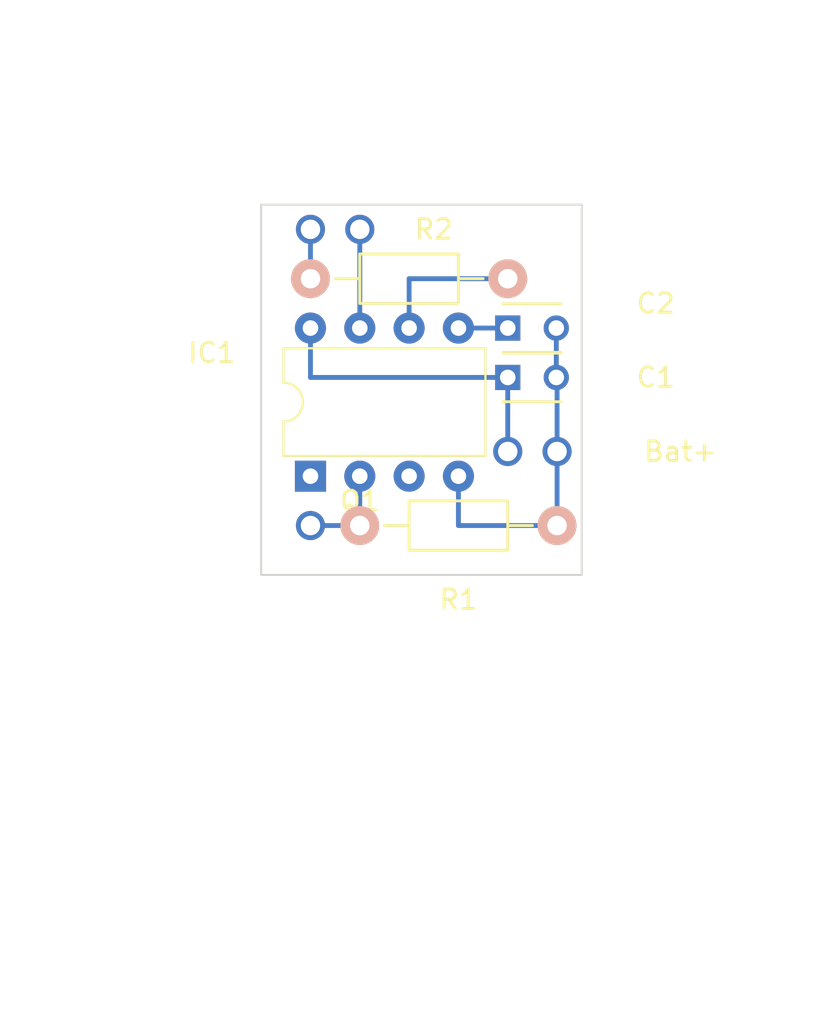
<source format=kicad_pcb>
(kicad_pcb (version 4) (host pcbnew 4.0.2+dfsg1-stable)

  (general
    (links 12)
    (no_connects 1)
    (area 109.540699 28.641699 152.866701 82.255)
    (thickness 1.6)
    (drawings 5)
    (tracks 15)
    (zones 0)
    (modules 9)
    (nets 10)
  )

  (page A4)
  (layers
    (0 F.Cu signal)
    (31 B.Cu signal)
    (32 B.Adhes user)
    (33 F.Adhes user)
    (34 B.Paste user)
    (35 F.Paste user)
    (36 B.SilkS user)
    (37 F.SilkS user)
    (38 B.Mask user)
    (39 F.Mask user)
    (40 Dwgs.User user)
    (41 Cmts.User user hide)
    (42 Eco1.User user)
    (43 Eco2.User user)
    (44 Edge.Cuts user)
    (45 Margin user)
    (46 B.CrtYd user)
    (47 F.CrtYd user)
    (48 B.Fab user)
    (49 F.Fab user)
  )

  (setup
    (last_trace_width 0.25)
    (trace_clearance 0.2)
    (zone_clearance 0.508)
    (zone_45_only no)
    (trace_min 0.2)
    (segment_width 0.2)
    (edge_width 0.1)
    (via_size 0.6)
    (via_drill 0.4)
    (via_min_size 0.4)
    (via_min_drill 0.3)
    (uvia_size 0.3)
    (uvia_drill 0.1)
    (uvias_allowed no)
    (uvia_min_size 0.2)
    (uvia_min_drill 0.1)
    (pcb_text_width 0.3)
    (pcb_text_size 1.5 1.5)
    (mod_edge_width 0.15)
    (mod_text_size 1 1)
    (mod_text_width 0.15)
    (pad_size 1.5 1.5)
    (pad_drill 1)
    (pad_to_mask_clearance 0)
    (aux_axis_origin 0 0)
    (visible_elements 7FFFFFFF)
    (pcbplotparams
      (layerselection 0x00030_80000001)
      (usegerberextensions false)
      (excludeedgelayer true)
      (linewidth 0.100000)
      (plotframeref false)
      (viasonmask false)
      (mode 1)
      (useauxorigin false)
      (hpglpennumber 1)
      (hpglpenspeed 20)
      (hpglpendiameter 15)
      (hpglpenoverlay 2)
      (psnegative false)
      (psa4output false)
      (plotreference true)
      (plotvalue true)
      (plotinvisibletext false)
      (padsonsilk false)
      (subtractmaskfromsilk false)
      (outputformat 1)
      (mirror false)
      (drillshape 1)
      (scaleselection 1)
      (outputdirectory ""))
  )

  (net 0 "")
  (net 1 +BATT)
  (net 2 GND)
  (net 3 /Mira/AREF)
  (net 4 /Mira/BUTTON)
  (net 5 "Net-(D1-Pad2)")
  (net 6 /Mira/FIRE)
  (net 7 /Mira/LED)
  (net 8 "Net-(IC1-Pad1)")
  (net 9 "Net-(IC1-Pad3)")

  (net_class Default "This is the default net class."
    (clearance 0.2)
    (trace_width 0.25)
    (via_dia 0.6)
    (via_drill 0.4)
    (uvia_dia 0.3)
    (uvia_drill 0.1)
    (add_net +BATT)
    (add_net /Mira/AREF)
    (add_net /Mira/BUTTON)
    (add_net /Mira/FIRE)
    (add_net /Mira/LED)
    (add_net GND)
    (add_net "Net-(D1-Pad2)")
    (add_net "Net-(IC1-Pad1)")
    (add_net "Net-(IC1-Pad3)")
  )

  (module Wire_Pads:SolderWirePad_single_0-8mmDrill (layer F.Cu) (tedit 58702803) (tstamp 5865B5BF)
    (at 133.35 73.66)
    (fp_text reference Bat+ (at 11.43 -21.59) (layer F.SilkS)
      (effects (font (size 1 1) (thickness 0.15)))
    )
    (fp_text value "" (at 15.24 7.62) (layer F.Fab)
      (effects (font (size 1 1) (thickness 0.15)))
    )
    (pad 1 thru_hole circle (at 2.54 -21.59) (size 1.5 1.5) (drill 1) (layers *.Cu *.Mask)
      (net 1 +BATT))
  )

  (module Capacitors_THT:C_Disc_D3_P2.5 (layer F.Cu) (tedit 587025D8) (tstamp 586556B6)
    (at 135.89 48.26)
    (descr "Capacitor 3mm Disc, Pitch 2.5mm")
    (tags Capacitor)
    (path /58603D0F/5860485C)
    (fp_text reference C1 (at 7.62 0 180) (layer F.SilkS)
      (effects (font (size 1 1) (thickness 0.15)))
    )
    (fp_text value 10nF (at 8.89 1.27 180) (layer F.Fab)
      (effects (font (size 1 1) (thickness 0.15)))
    )
    (fp_line (start -0.9 -1.5) (end 3.4 -1.5) (layer F.CrtYd) (width 0.05))
    (fp_line (start 3.4 -1.5) (end 3.4 1.5) (layer F.CrtYd) (width 0.05))
    (fp_line (start 3.4 1.5) (end -0.9 1.5) (layer F.CrtYd) (width 0.05))
    (fp_line (start -0.9 1.5) (end -0.9 -1.5) (layer F.CrtYd) (width 0.05))
    (fp_line (start -0.25 -1.25) (end 2.75 -1.25) (layer F.SilkS) (width 0.15))
    (fp_line (start 2.75 1.25) (end -0.25 1.25) (layer F.SilkS) (width 0.15))
    (pad 1 thru_hole rect (at 0 0) (size 1.3 1.3) (drill 0.8) (layers *.Cu *.Mask)
      (net 1 +BATT))
    (pad 2 thru_hole circle (at 2.5 0) (size 1.3 1.3) (drill 0.8001) (layers *.Cu *.Mask)
      (net 2 GND))
    (model Capacitors_ThroughHole.3dshapes/C_Disc_D3_P2.5.wrl
      (at (xyz 0.0492126 0 0))
      (scale (xyz 1 1 1))
      (rotate (xyz 0 0 0))
    )
  )

  (module Capacitors_THT:C_Disc_D3_P2.5 (layer F.Cu) (tedit 587024CF) (tstamp 586556C2)
    (at 135.89 45.72)
    (descr "Capacitor 3mm Disc, Pitch 2.5mm")
    (tags Capacitor)
    (path /58603D0F/58604591)
    (fp_text reference C2 (at 7.62 -1.27) (layer F.SilkS)
      (effects (font (size 1 1) (thickness 0.15)))
    )
    (fp_text value 10nF (at 8.89 0) (layer F.Fab)
      (effects (font (size 1 1) (thickness 0.15)))
    )
    (fp_line (start -0.9 -1.5) (end 3.4 -1.5) (layer F.CrtYd) (width 0.05))
    (fp_line (start 3.4 -1.5) (end 3.4 1.5) (layer F.CrtYd) (width 0.05))
    (fp_line (start 3.4 1.5) (end -0.9 1.5) (layer F.CrtYd) (width 0.05))
    (fp_line (start -0.9 1.5) (end -0.9 -1.5) (layer F.CrtYd) (width 0.05))
    (fp_line (start -0.25 -1.25) (end 2.75 -1.25) (layer F.SilkS) (width 0.15))
    (fp_line (start 2.75 1.25) (end -0.25 1.25) (layer F.SilkS) (width 0.15))
    (pad 1 thru_hole rect (at 0 0) (size 1.3 1.3) (drill 0.8) (layers *.Cu *.Mask)
      (net 3 /Mira/AREF))
    (pad 2 thru_hole circle (at 2.5 0) (size 1.3 1.3) (drill 0.8001) (layers *.Cu *.Mask)
      (net 2 GND))
    (model Capacitors_ThroughHole.3dshapes/C_Disc_D3_P2.5.wrl
      (at (xyz 0.0492126 0 0))
      (scale (xyz 1 1 1))
      (rotate (xyz 0 0 0))
    )
  )

  (module Resistors_THT:Resistor_Horizontal_RM10mm (layer F.Cu) (tedit 58702B0E) (tstamp 5865570D)
    (at 128.27 55.88)
    (descr "Resistor, Axial,  RM 10mm, 1/3W")
    (tags "Resistor Axial RM 10mm 1/3W")
    (path /58603D0F/58605B36)
    (fp_text reference R1 (at 5.08 3.81) (layer F.SilkS)
      (effects (font (size 1 1) (thickness 0.15)))
    )
    (fp_text value 22kΩ (at 5.08 0) (layer F.Fab)
      (effects (font (size 1 1) (thickness 0.15)))
    )
    (fp_line (start -1.25 -1.5) (end 11.4 -1.5) (layer F.CrtYd) (width 0.05))
    (fp_line (start -1.25 1.5) (end -1.25 -1.5) (layer F.CrtYd) (width 0.05))
    (fp_line (start 11.4 -1.5) (end 11.4 1.5) (layer F.CrtYd) (width 0.05))
    (fp_line (start -1.25 1.5) (end 11.4 1.5) (layer F.CrtYd) (width 0.05))
    (fp_line (start 2.54 -1.27) (end 7.62 -1.27) (layer F.SilkS) (width 0.15))
    (fp_line (start 7.62 -1.27) (end 7.62 1.27) (layer F.SilkS) (width 0.15))
    (fp_line (start 7.62 1.27) (end 2.54 1.27) (layer F.SilkS) (width 0.15))
    (fp_line (start 2.54 1.27) (end 2.54 -1.27) (layer F.SilkS) (width 0.15))
    (fp_line (start 2.54 0) (end 1.27 0) (layer F.SilkS) (width 0.15))
    (fp_line (start 7.62 0) (end 8.89 0) (layer F.SilkS) (width 0.15))
    (pad 1 thru_hole circle (at 0 0) (size 1.99898 1.99898) (drill 1.00076) (layers *.Cu *.SilkS *.Mask)
      (net 6 /Mira/FIRE))
    (pad 2 thru_hole circle (at 10.16 0) (size 1.99898 1.99898) (drill 1.00076) (layers *.Cu *.SilkS *.Mask)
      (net 2 GND))
    (model Resistors_ThroughHole.3dshapes/Resistor_Horizontal_RM10mm.wrl
      (at (xyz 0.2 0 0))
      (scale (xyz 0.4 0.4 0.4))
      (rotate (xyz 0 0 0))
    )
  )

  (module Resistors_THT:Resistor_Horizontal_RM10mm (layer F.Cu) (tedit 58702B15) (tstamp 5865571D)
    (at 125.73 43.18)
    (descr "Resistor, Axial,  RM 10mm, 1/3W")
    (tags "Resistor Axial RM 10mm 1/3W")
    (path /58603D0F/583CCC74)
    (fp_text reference R2 (at 6.35 -2.54) (layer F.SilkS)
      (effects (font (size 1 1) (thickness 0.15)))
    )
    (fp_text value 100Ω (at 5.08 0) (layer F.Fab)
      (effects (font (size 1 1) (thickness 0.15)))
    )
    (fp_line (start -1.25 -1.5) (end 11.4 -1.5) (layer F.CrtYd) (width 0.05))
    (fp_line (start -1.25 1.5) (end -1.25 -1.5) (layer F.CrtYd) (width 0.05))
    (fp_line (start 11.4 -1.5) (end 11.4 1.5) (layer F.CrtYd) (width 0.05))
    (fp_line (start -1.25 1.5) (end 11.4 1.5) (layer F.CrtYd) (width 0.05))
    (fp_line (start 2.54 -1.27) (end 7.62 -1.27) (layer F.SilkS) (width 0.15))
    (fp_line (start 7.62 -1.27) (end 7.62 1.27) (layer F.SilkS) (width 0.15))
    (fp_line (start 7.62 1.27) (end 2.54 1.27) (layer F.SilkS) (width 0.15))
    (fp_line (start 2.54 1.27) (end 2.54 -1.27) (layer F.SilkS) (width 0.15))
    (fp_line (start 2.54 0) (end 1.27 0) (layer F.SilkS) (width 0.15))
    (fp_line (start 7.62 0) (end 8.89 0) (layer F.SilkS) (width 0.15))
    (pad 1 thru_hole circle (at 0 0) (size 1.99898 1.99898) (drill 1.00076) (layers *.Cu *.SilkS *.Mask)
      (net 5 "Net-(D1-Pad2)"))
    (pad 2 thru_hole circle (at 10.16 0) (size 1.99898 1.99898) (drill 1.00076) (layers *.Cu *.SilkS *.Mask)
      (net 7 /Mira/LED))
    (model Resistors_ThroughHole.3dshapes/Resistor_Horizontal_RM10mm.wrl
      (at (xyz 0.2 0 0))
      (scale (xyz 0.4 0.4 0.4))
      (rotate (xyz 0 0 0))
    )
  )

  (module Wire_Connections_Bridges:WireConnection_1.50mmDrill (layer F.Cu) (tedit 587023F4) (tstamp 5865AB69)
    (at 138.43 34.29)
    (descr "WireConnection with 1.5mm drill")
    (path /58603D0F/5860804E)
    (fp_text reference "" (at -3.81 3.81) (layer F.SilkS)
      (effects (font (size 1 1) (thickness 0.15)))
    )
    (fp_text value Button (at -8.89 3.81 180) (layer F.Fab)
      (effects (font (size 1 1) (thickness 0.15)))
    )
    (fp_line (start 14.0716 -3.7592) (end 13.8684 -3.6576) (layer Cmts.User) (width 0.381))
    (fp_line (start 13.8684 -3.6576) (end 13.6398 -3.6576) (layer Cmts.User) (width 0.381))
    (fp_line (start 13.6398 -3.6576) (end 13.4366 -3.7592) (layer Cmts.User) (width 0.381))
    (fp_line (start 13.4366 -3.7592) (end 13.3604 -4.1148) (layer Cmts.User) (width 0.381))
    (fp_line (start 13.3604 -4.1148) (end 13.3604 -4.572) (layer Cmts.User) (width 0.381))
    (fp_line (start 13.3604 -4.572) (end 13.462 -4.6482) (layer Cmts.User) (width 0.381))
    (fp_line (start 13.462 -4.6482) (end 13.7668 -4.7244) (layer Cmts.User) (width 0.381))
    (fp_line (start 13.7668 -4.7244) (end 13.9954 -4.6736) (layer Cmts.User) (width 0.381))
    (fp_line (start 13.9954 -4.6736) (end 14.0462 -4.318) (layer Cmts.User) (width 0.381))
    (fp_line (start 14.0462 -4.318) (end 13.4366 -4.191) (layer Cmts.User) (width 0.381))
    (fp_line (start 13.4366 -4.191) (end 13.4366 -4.2418) (layer Cmts.User) (width 0.381))
    (fp_line (start 12.7508 -3.7084) (end 12.4206 -3.7084) (layer Cmts.User) (width 0.381))
    (fp_line (start 12.4206 -3.7084) (end 12.2174 -3.7084) (layer Cmts.User) (width 0.381))
    (fp_line (start 12.2174 -3.7084) (end 12.0396 -3.8608) (layer Cmts.User) (width 0.381))
    (fp_line (start 12.0396 -3.8608) (end 12.0396 -4.2418) (layer Cmts.User) (width 0.381))
    (fp_line (start 12.0396 -4.2418) (end 12.1412 -4.572) (layer Cmts.User) (width 0.381))
    (fp_line (start 12.1412 -4.572) (end 12.2936 -4.6482) (layer Cmts.User) (width 0.381))
    (fp_line (start 12.2936 -4.6482) (end 12.573 -4.6482) (layer Cmts.User) (width 0.381))
    (fp_line (start 12.573 -4.6482) (end 12.7508 -4.572) (layer Cmts.User) (width 0.381))
    (fp_line (start 12.7508 -4.572) (end 12.7762 -4.2672) (layer Cmts.User) (width 0.381))
    (fp_line (start 12.7762 -4.2672) (end 12.1412 -4.2418) (layer Cmts.User) (width 0.381))
    (fp_line (start 11.2268 -4.5212) (end 11.6078 -4.6736) (layer Cmts.User) (width 0.381))
    (fp_line (start 11.6078 -4.6736) (end 11.6332 -4.6736) (layer Cmts.User) (width 0.381))
    (fp_line (start 11.2014 -4.7244) (end 11.2014 -3.6576) (layer Cmts.User) (width 0.381))
    (fp_line (start 9.9822 -4.6736) (end 10.668 -4.7244) (layer Cmts.User) (width 0.381))
    (fp_line (start 10.7188 -5.207) (end 10.541 -5.207) (layer Cmts.User) (width 0.381))
    (fp_line (start 10.541 -5.207) (end 10.3886 -5.08) (layer Cmts.User) (width 0.381))
    (fp_line (start 10.3886 -5.08) (end 10.3378 -3.7084) (layer Cmts.User) (width 0.381))
    (fp_line (start 8.4328 -4.5974) (end 8.3058 -4.6736) (layer Cmts.User) (width 0.381))
    (fp_line (start 8.3058 -4.6736) (end 8.0264 -4.6736) (layer Cmts.User) (width 0.381))
    (fp_line (start 8.0264 -4.6736) (end 7.874 -4.445) (layer Cmts.User) (width 0.381))
    (fp_line (start 7.874 -4.445) (end 7.8994 -4.2672) (layer Cmts.User) (width 0.381))
    (fp_line (start 7.8994 -4.2672) (end 8.1788 -4.191) (layer Cmts.User) (width 0.381))
    (fp_line (start 8.1788 -4.191) (end 8.4328 -4.1148) (layer Cmts.User) (width 0.381))
    (fp_line (start 8.4328 -4.1148) (end 8.4836 -3.8354) (layer Cmts.User) (width 0.381))
    (fp_line (start 8.4836 -3.8354) (end 8.2804 -3.6576) (layer Cmts.User) (width 0.381))
    (fp_line (start 8.2804 -3.6576) (end 7.8994 -3.7084) (layer Cmts.User) (width 0.381))
    (fp_line (start 7.1628 -3.6576) (end 6.8072 -3.7592) (layer Cmts.User) (width 0.381))
    (fp_line (start 6.8072 -3.7592) (end 6.604 -3.8354) (layer Cmts.User) (width 0.381))
    (fp_line (start 6.604 -3.8354) (end 6.477 -4.1656) (layer Cmts.User) (width 0.381))
    (fp_line (start 6.477 -4.1656) (end 6.477 -4.4704) (layer Cmts.User) (width 0.381))
    (fp_line (start 6.477 -4.4704) (end 6.6802 -4.6736) (layer Cmts.User) (width 0.381))
    (fp_line (start 6.6802 -4.6736) (end 7.0104 -4.7244) (layer Cmts.User) (width 0.381))
    (fp_line (start 7.2136 -5.207) (end 7.2136 -3.6576) (layer Cmts.User) (width 0.381))
    (fp_line (start 5.715 -3.6576) (end 5.2578 -3.7084) (layer Cmts.User) (width 0.381))
    (fp_line (start 5.2578 -3.7084) (end 5.1054 -3.9116) (layer Cmts.User) (width 0.381))
    (fp_line (start 5.1054 -3.9116) (end 5.1308 -4.191) (layer Cmts.User) (width 0.381))
    (fp_line (start 5.1308 -4.191) (end 5.842 -4.2418) (layer Cmts.User) (width 0.381))
    (fp_line (start 5.1054 -4.572) (end 5.3848 -4.7244) (layer Cmts.User) (width 0.381))
    (fp_line (start 5.3848 -4.7244) (end 5.6388 -4.6482) (layer Cmts.User) (width 0.381))
    (fp_line (start 5.6388 -4.6482) (end 5.7912 -4.4704) (layer Cmts.User) (width 0.381))
    (fp_line (start 5.7912 -4.4704) (end 5.842 -3.6322) (layer Cmts.User) (width 0.381))
    (fp_line (start 3.6068 -3.6576) (end 3.6322 -5.2578) (layer Cmts.User) (width 0.381))
    (fp_line (start 3.6322 -5.2578) (end 4.0894 -5.2578) (layer Cmts.User) (width 0.381))
    (fp_line (start 4.0894 -5.2578) (end 4.3688 -5.1308) (layer Cmts.User) (width 0.381))
    (fp_line (start 4.3688 -5.1308) (end 4.4958 -4.8768) (layer Cmts.User) (width 0.381))
    (fp_line (start 4.4958 -4.8768) (end 4.4958 -4.5974) (layer Cmts.User) (width 0.381))
    (fp_line (start 4.4958 -4.5974) (end 4.3688 -4.3942) (layer Cmts.User) (width 0.381))
    (fp_line (start 4.3688 -4.3942) (end 4.0894 -4.445) (layer Cmts.User) (width 0.381))
    (fp_line (start 4.0894 -4.445) (end 3.6322 -4.445) (layer Cmts.User) (width 0.381))
    (fp_line (start 1.778 -3.7592) (end 1.524 -3.6576) (layer Cmts.User) (width 0.381))
    (fp_line (start 1.524 -3.6576) (end 1.27 -3.7592) (layer Cmts.User) (width 0.381))
    (fp_line (start 1.27 -3.7592) (end 1.1176 -3.9116) (layer Cmts.User) (width 0.381))
    (fp_line (start 1.1176 -3.9116) (end 1.0414 -4.318) (layer Cmts.User) (width 0.381))
    (fp_line (start 1.0414 -4.318) (end 1.1684 -4.572) (layer Cmts.User) (width 0.381))
    (fp_line (start 1.1684 -4.572) (end 1.3716 -4.6736) (layer Cmts.User) (width 0.381))
    (fp_line (start 1.3716 -4.6736) (end 1.651 -4.6482) (layer Cmts.User) (width 0.381))
    (fp_line (start 1.651 -4.6482) (end 1.8034 -4.5212) (layer Cmts.User) (width 0.381))
    (fp_line (start 1.8034 -4.5212) (end 1.8034 -4.318) (layer Cmts.User) (width 0.381))
    (fp_line (start 1.8034 -4.318) (end 1.1684 -4.2418) (layer Cmts.User) (width 0.381))
    (fp_line (start -0.1524 -4.7244) (end 0.3048 -3.6576) (layer Cmts.User) (width 0.381))
    (fp_line (start 0.3048 -3.6576) (end 0.5842 -4.6736) (layer Cmts.User) (width 0.381))
    (fp_line (start 0.5842 -4.6736) (end 0.5588 -4.6736) (layer Cmts.User) (width 0.381))
    (fp_line (start -1.4732 -4.3942) (end -1.4732 -3.9116) (layer Cmts.User) (width 0.381))
    (fp_line (start -1.4732 -3.9116) (end -1.27 -3.7084) (layer Cmts.User) (width 0.381))
    (fp_line (start -1.27 -3.7084) (end -1.0414 -3.6576) (layer Cmts.User) (width 0.381))
    (fp_line (start -1.0414 -3.6576) (end -0.762 -3.7846) (layer Cmts.User) (width 0.381))
    (fp_line (start -0.762 -3.7846) (end -0.6604 -3.9878) (layer Cmts.User) (width 0.381))
    (fp_line (start -0.6604 -3.9878) (end -0.6604 -4.445) (layer Cmts.User) (width 0.381))
    (fp_line (start -0.6604 -4.445) (end -0.8382 -4.6482) (layer Cmts.User) (width 0.381))
    (fp_line (start -0.8382 -4.6482) (end -1.1176 -4.7244) (layer Cmts.User) (width 0.381))
    (fp_line (start -1.1176 -4.7244) (end -1.4478 -4.4704) (layer Cmts.User) (width 0.381))
    (fp_line (start -3.0988 -3.6322) (end -3.0988 -5.2578) (layer Cmts.User) (width 0.381))
    (fp_line (start -3.0988 -5.2578) (end -2.6162 -4.1148) (layer Cmts.User) (width 0.381))
    (fp_line (start -2.6162 -4.1148) (end -2.1336 -5.1816) (layer Cmts.User) (width 0.381))
    (fp_line (start -2.1336 -5.1816) (end -2.1336 -3.6322) (layer Cmts.User) (width 0.381))
    (pad 1 thru_hole circle (at 0 17.78) (size 1.5 1.5) (drill 1) (layers *.Cu *.Mask)
      (net 2 GND))
    (pad 2 thru_hole circle (at -10.16 6.35) (size 1.5 1.5) (drill 1) (layers *.Cu *.Mask)
      (net 4 /Mira/BUTTON))
  )

  (module Wire_Connections_Bridges:WireConnection_1.50mmDrill (layer F.Cu) (tedit 58702AC8) (tstamp 5865AB6E)
    (at 124.46 57.15)
    (descr "WireConnection with 1.5mm drill")
    (path /58603D0F/583CCC75)
    (fp_text reference "" (at 1.27 -20.32) (layer F.SilkS)
      (effects (font (size 1 1) (thickness 0.15)))
    )
    (fp_text value "low current LED" (at -5.08 -19.05) (layer F.Fab)
      (effects (font (size 1 1) (thickness 0.15)))
    )
    (fp_line (start 14.0716 -3.7592) (end 13.8684 -3.6576) (layer Cmts.User) (width 0.381))
    (fp_line (start 13.8684 -3.6576) (end 13.6398 -3.6576) (layer Cmts.User) (width 0.381))
    (fp_line (start 13.6398 -3.6576) (end 13.4366 -3.7592) (layer Cmts.User) (width 0.381))
    (fp_line (start 13.4366 -3.7592) (end 13.3604 -4.1148) (layer Cmts.User) (width 0.381))
    (fp_line (start 13.3604 -4.1148) (end 13.3604 -4.572) (layer Cmts.User) (width 0.381))
    (fp_line (start 13.3604 -4.572) (end 13.462 -4.6482) (layer Cmts.User) (width 0.381))
    (fp_line (start 13.462 -4.6482) (end 13.7668 -4.7244) (layer Cmts.User) (width 0.381))
    (fp_line (start 13.7668 -4.7244) (end 13.9954 -4.6736) (layer Cmts.User) (width 0.381))
    (fp_line (start 13.9954 -4.6736) (end 14.0462 -4.318) (layer Cmts.User) (width 0.381))
    (fp_line (start 14.0462 -4.318) (end 13.4366 -4.191) (layer Cmts.User) (width 0.381))
    (fp_line (start 13.4366 -4.191) (end 13.4366 -4.2418) (layer Cmts.User) (width 0.381))
    (fp_line (start 12.7508 -3.7084) (end 12.4206 -3.7084) (layer Cmts.User) (width 0.381))
    (fp_line (start 12.4206 -3.7084) (end 12.2174 -3.7084) (layer Cmts.User) (width 0.381))
    (fp_line (start 12.2174 -3.7084) (end 12.0396 -3.8608) (layer Cmts.User) (width 0.381))
    (fp_line (start 12.0396 -3.8608) (end 12.0396 -4.2418) (layer Cmts.User) (width 0.381))
    (fp_line (start 12.0396 -4.2418) (end 12.1412 -4.572) (layer Cmts.User) (width 0.381))
    (fp_line (start 12.1412 -4.572) (end 12.2936 -4.6482) (layer Cmts.User) (width 0.381))
    (fp_line (start 12.2936 -4.6482) (end 12.573 -4.6482) (layer Cmts.User) (width 0.381))
    (fp_line (start 12.573 -4.6482) (end 12.7508 -4.572) (layer Cmts.User) (width 0.381))
    (fp_line (start 12.7508 -4.572) (end 12.7762 -4.2672) (layer Cmts.User) (width 0.381))
    (fp_line (start 12.7762 -4.2672) (end 12.1412 -4.2418) (layer Cmts.User) (width 0.381))
    (fp_line (start 11.2268 -4.5212) (end 11.6078 -4.6736) (layer Cmts.User) (width 0.381))
    (fp_line (start 11.6078 -4.6736) (end 11.6332 -4.6736) (layer Cmts.User) (width 0.381))
    (fp_line (start 11.2014 -4.7244) (end 11.2014 -3.6576) (layer Cmts.User) (width 0.381))
    (fp_line (start 9.9822 -4.6736) (end 10.668 -4.7244) (layer Cmts.User) (width 0.381))
    (fp_line (start 10.7188 -5.207) (end 10.541 -5.207) (layer Cmts.User) (width 0.381))
    (fp_line (start 10.541 -5.207) (end 10.3886 -5.08) (layer Cmts.User) (width 0.381))
    (fp_line (start 10.3886 -5.08) (end 10.3378 -3.7084) (layer Cmts.User) (width 0.381))
    (fp_line (start 8.4328 -4.5974) (end 8.3058 -4.6736) (layer Cmts.User) (width 0.381))
    (fp_line (start 8.3058 -4.6736) (end 8.0264 -4.6736) (layer Cmts.User) (width 0.381))
    (fp_line (start 8.0264 -4.6736) (end 7.874 -4.445) (layer Cmts.User) (width 0.381))
    (fp_line (start 7.874 -4.445) (end 7.8994 -4.2672) (layer Cmts.User) (width 0.381))
    (fp_line (start 7.8994 -4.2672) (end 8.1788 -4.191) (layer Cmts.User) (width 0.381))
    (fp_line (start 8.1788 -4.191) (end 8.4328 -4.1148) (layer Cmts.User) (width 0.381))
    (fp_line (start 8.4328 -4.1148) (end 8.4836 -3.8354) (layer Cmts.User) (width 0.381))
    (fp_line (start 8.4836 -3.8354) (end 8.2804 -3.6576) (layer Cmts.User) (width 0.381))
    (fp_line (start 8.2804 -3.6576) (end 7.8994 -3.7084) (layer Cmts.User) (width 0.381))
    (fp_line (start 7.1628 -3.6576) (end 6.8072 -3.7592) (layer Cmts.User) (width 0.381))
    (fp_line (start 6.8072 -3.7592) (end 6.604 -3.8354) (layer Cmts.User) (width 0.381))
    (fp_line (start 6.604 -3.8354) (end 6.477 -4.1656) (layer Cmts.User) (width 0.381))
    (fp_line (start 6.477 -4.1656) (end 6.477 -4.4704) (layer Cmts.User) (width 0.381))
    (fp_line (start 6.477 -4.4704) (end 6.6802 -4.6736) (layer Cmts.User) (width 0.381))
    (fp_line (start 6.6802 -4.6736) (end 7.0104 -4.7244) (layer Cmts.User) (width 0.381))
    (fp_line (start 7.2136 -5.207) (end 7.2136 -3.6576) (layer Cmts.User) (width 0.381))
    (fp_line (start 5.715 -3.6576) (end 5.2578 -3.7084) (layer Cmts.User) (width 0.381))
    (fp_line (start 5.2578 -3.7084) (end 5.1054 -3.9116) (layer Cmts.User) (width 0.381))
    (fp_line (start 5.1054 -3.9116) (end 5.1308 -4.191) (layer Cmts.User) (width 0.381))
    (fp_line (start 5.1308 -4.191) (end 5.842 -4.2418) (layer Cmts.User) (width 0.381))
    (fp_line (start 5.1054 -4.572) (end 5.3848 -4.7244) (layer Cmts.User) (width 0.381))
    (fp_line (start 5.3848 -4.7244) (end 5.6388 -4.6482) (layer Cmts.User) (width 0.381))
    (fp_line (start 5.6388 -4.6482) (end 5.7912 -4.4704) (layer Cmts.User) (width 0.381))
    (fp_line (start 5.7912 -4.4704) (end 5.842 -3.6322) (layer Cmts.User) (width 0.381))
    (fp_line (start 3.6068 -3.6576) (end 3.6322 -5.2578) (layer Cmts.User) (width 0.381))
    (fp_line (start 3.6322 -5.2578) (end 4.0894 -5.2578) (layer Cmts.User) (width 0.381))
    (fp_line (start 4.0894 -5.2578) (end 4.3688 -5.1308) (layer Cmts.User) (width 0.381))
    (fp_line (start 4.3688 -5.1308) (end 4.4958 -4.8768) (layer Cmts.User) (width 0.381))
    (fp_line (start 4.4958 -4.8768) (end 4.4958 -4.5974) (layer Cmts.User) (width 0.381))
    (fp_line (start 4.4958 -4.5974) (end 4.3688 -4.3942) (layer Cmts.User) (width 0.381))
    (fp_line (start 4.3688 -4.3942) (end 4.0894 -4.445) (layer Cmts.User) (width 0.381))
    (fp_line (start 4.0894 -4.445) (end 3.6322 -4.445) (layer Cmts.User) (width 0.381))
    (fp_line (start 1.778 -3.7592) (end 1.524 -3.6576) (layer Cmts.User) (width 0.381))
    (fp_line (start 1.524 -3.6576) (end 1.27 -3.7592) (layer Cmts.User) (width 0.381))
    (fp_line (start 1.27 -3.7592) (end 1.1176 -3.9116) (layer Cmts.User) (width 0.381))
    (fp_line (start 1.1176 -3.9116) (end 1.0414 -4.318) (layer Cmts.User) (width 0.381))
    (fp_line (start 1.0414 -4.318) (end 1.1684 -4.572) (layer Cmts.User) (width 0.381))
    (fp_line (start 1.1684 -4.572) (end 1.3716 -4.6736) (layer Cmts.User) (width 0.381))
    (fp_line (start 1.3716 -4.6736) (end 1.651 -4.6482) (layer Cmts.User) (width 0.381))
    (fp_line (start 1.651 -4.6482) (end 1.8034 -4.5212) (layer Cmts.User) (width 0.381))
    (fp_line (start 1.8034 -4.5212) (end 1.8034 -4.318) (layer Cmts.User) (width 0.381))
    (fp_line (start 1.8034 -4.318) (end 1.1684 -4.2418) (layer Cmts.User) (width 0.381))
    (fp_line (start -0.1524 -4.7244) (end 0.3048 -3.6576) (layer Cmts.User) (width 0.381))
    (fp_line (start 0.3048 -3.6576) (end 0.5842 -4.6736) (layer Cmts.User) (width 0.381))
    (fp_line (start 0.5842 -4.6736) (end 0.5588 -4.6736) (layer Cmts.User) (width 0.381))
    (fp_line (start -1.4732 -4.3942) (end -1.4732 -3.9116) (layer Cmts.User) (width 0.381))
    (fp_line (start -1.4732 -3.9116) (end -1.27 -3.7084) (layer Cmts.User) (width 0.381))
    (fp_line (start -1.27 -3.7084) (end -1.0414 -3.6576) (layer Cmts.User) (width 0.381))
    (fp_line (start -1.0414 -3.6576) (end -0.762 -3.7846) (layer Cmts.User) (width 0.381))
    (fp_line (start -0.762 -3.7846) (end -0.6604 -3.9878) (layer Cmts.User) (width 0.381))
    (fp_line (start -0.6604 -3.9878) (end -0.6604 -4.445) (layer Cmts.User) (width 0.381))
    (fp_line (start -0.6604 -4.445) (end -0.8382 -4.6482) (layer Cmts.User) (width 0.381))
    (fp_line (start -0.8382 -4.6482) (end -1.1176 -4.7244) (layer Cmts.User) (width 0.381))
    (fp_line (start -1.1176 -4.7244) (end -1.4478 -4.4704) (layer Cmts.User) (width 0.381))
    (fp_line (start -3.0988 -3.6322) (end -3.0988 -5.2578) (layer Cmts.User) (width 0.381))
    (fp_line (start -3.0988 -5.2578) (end -2.6162 -4.1148) (layer Cmts.User) (width 0.381))
    (fp_line (start -2.6162 -4.1148) (end -2.1336 -5.1816) (layer Cmts.User) (width 0.381))
    (fp_line (start -2.1336 -5.1816) (end -2.1336 -3.6322) (layer Cmts.User) (width 0.381))
    (pad 2 thru_hole circle (at 1.27 -16.51) (size 1.5 1.5) (drill 1) (layers *.Cu *.Mask)
      (net 5 "Net-(D1-Pad2)"))
  )

  (module Housings_DIP:DIP-8_W7.62mm (layer F.Cu) (tedit 58702567) (tstamp 5865AB7E)
    (at 125.73 53.34 90)
    (descr "8-lead dip package, row spacing 7.62 mm (300 mils)")
    (tags "DIL DIP PDIP 2.54mm 7.62mm 300mil")
    (path /58644323)
    (fp_text reference IC1 (at 6.35 -5.08 180) (layer F.SilkS)
      (effects (font (size 1 1) (thickness 0.15)))
    )
    (fp_text value ATTINY45-P (at 3.81 -7.62 180) (layer F.Fab)
      (effects (font (size 1 1) (thickness 0.15)))
    )
    (fp_arc (start 3.81 -1.39) (end 2.81 -1.39) (angle -180) (layer F.SilkS) (width 0.12))
    (fp_line (start 1.635 -1.27) (end 6.985 -1.27) (layer F.Fab) (width 0.1))
    (fp_line (start 6.985 -1.27) (end 6.985 8.89) (layer F.Fab) (width 0.1))
    (fp_line (start 6.985 8.89) (end 0.635 8.89) (layer F.Fab) (width 0.1))
    (fp_line (start 0.635 8.89) (end 0.635 -0.27) (layer F.Fab) (width 0.1))
    (fp_line (start 0.635 -0.27) (end 1.635 -1.27) (layer F.Fab) (width 0.1))
    (fp_line (start 2.81 -1.39) (end 1.04 -1.39) (layer F.SilkS) (width 0.12))
    (fp_line (start 1.04 -1.39) (end 1.04 9.01) (layer F.SilkS) (width 0.12))
    (fp_line (start 1.04 9.01) (end 6.58 9.01) (layer F.SilkS) (width 0.12))
    (fp_line (start 6.58 9.01) (end 6.58 -1.39) (layer F.SilkS) (width 0.12))
    (fp_line (start 6.58 -1.39) (end 4.81 -1.39) (layer F.SilkS) (width 0.12))
    (fp_line (start -1.1 -1.6) (end -1.1 9.2) (layer F.CrtYd) (width 0.05))
    (fp_line (start -1.1 9.2) (end 8.7 9.2) (layer F.CrtYd) (width 0.05))
    (fp_line (start 8.7 9.2) (end 8.7 -1.6) (layer F.CrtYd) (width 0.05))
    (fp_line (start 8.7 -1.6) (end -1.1 -1.6) (layer F.CrtYd) (width 0.05))
    (pad 1 thru_hole rect (at 0 0 90) (size 1.6 1.6) (drill 0.8) (layers *.Cu *.Mask)
      (net 8 "Net-(IC1-Pad1)"))
    (pad 5 thru_hole oval (at 7.62 7.62 90) (size 1.6 1.6) (drill 0.8) (layers *.Cu *.Mask)
      (net 3 /Mira/AREF))
    (pad 2 thru_hole oval (at 0 2.54 90) (size 1.6 1.6) (drill 0.8) (layers *.Cu *.Mask)
      (net 6 /Mira/FIRE))
    (pad 6 thru_hole oval (at 7.62 5.08 90) (size 1.6 1.6) (drill 0.8) (layers *.Cu *.Mask)
      (net 7 /Mira/LED))
    (pad 3 thru_hole oval (at 0 5.08 90) (size 1.6 1.6) (drill 0.8) (layers *.Cu *.Mask)
      (net 9 "Net-(IC1-Pad3)"))
    (pad 7 thru_hole oval (at 7.62 2.54 90) (size 1.6 1.6) (drill 0.8) (layers *.Cu *.Mask)
      (net 4 /Mira/BUTTON))
    (pad 4 thru_hole oval (at 0 7.62 90) (size 1.6 1.6) (drill 0.8) (layers *.Cu *.Mask)
      (net 2 GND))
    (pad 8 thru_hole oval (at 7.62 0 90) (size 1.6 1.6) (drill 0.8) (layers *.Cu *.Mask)
      (net 1 +BATT))
    (model Housings_DIP.3dshapes/DIP-8_W7.62mm.wrl
      (at (xyz 0 0 0))
      (scale (xyz 1 1 1))
      (rotate (xyz 0 0 0))
    )
  )

  (module Wire_Connections_Bridges:WireConnection_1.50mmDrill (layer F.Cu) (tedit 58702549) (tstamp 5865AB7F)
    (at 113.03 60.96)
    (descr "WireConnection with 1.5mm drill")
    (path /58603D0F/58604A0A)
    (fp_text reference Q1 (at 15.24 -6.35) (layer F.SilkS)
      (effects (font (size 1 1) (thickness 0.15)))
    )
    (fp_text value RLB3034 (at 10.16 -1.27) (layer F.Fab)
      (effects (font (size 1 1) (thickness 0.15)))
    )
    (fp_line (start 14.0716 -3.7592) (end 13.8684 -3.6576) (layer Cmts.User) (width 0.381))
    (fp_line (start 13.8684 -3.6576) (end 13.6398 -3.6576) (layer Cmts.User) (width 0.381))
    (fp_line (start 13.6398 -3.6576) (end 13.4366 -3.7592) (layer Cmts.User) (width 0.381))
    (fp_line (start 13.4366 -3.7592) (end 13.3604 -4.1148) (layer Cmts.User) (width 0.381))
    (fp_line (start 13.3604 -4.1148) (end 13.3604 -4.572) (layer Cmts.User) (width 0.381))
    (fp_line (start 13.3604 -4.572) (end 13.462 -4.6482) (layer Cmts.User) (width 0.381))
    (fp_line (start 13.462 -4.6482) (end 13.7668 -4.7244) (layer Cmts.User) (width 0.381))
    (fp_line (start 13.7668 -4.7244) (end 13.9954 -4.6736) (layer Cmts.User) (width 0.381))
    (fp_line (start 13.9954 -4.6736) (end 14.0462 -4.318) (layer Cmts.User) (width 0.381))
    (fp_line (start 14.0462 -4.318) (end 13.4366 -4.191) (layer Cmts.User) (width 0.381))
    (fp_line (start 13.4366 -4.191) (end 13.4366 -4.2418) (layer Cmts.User) (width 0.381))
    (fp_line (start 12.7508 -3.7084) (end 12.4206 -3.7084) (layer Cmts.User) (width 0.381))
    (fp_line (start 12.4206 -3.7084) (end 12.2174 -3.7084) (layer Cmts.User) (width 0.381))
    (fp_line (start 12.2174 -3.7084) (end 12.0396 -3.8608) (layer Cmts.User) (width 0.381))
    (fp_line (start 12.0396 -3.8608) (end 12.0396 -4.2418) (layer Cmts.User) (width 0.381))
    (fp_line (start 12.0396 -4.2418) (end 12.1412 -4.572) (layer Cmts.User) (width 0.381))
    (fp_line (start 12.1412 -4.572) (end 12.2936 -4.6482) (layer Cmts.User) (width 0.381))
    (fp_line (start 12.2936 -4.6482) (end 12.573 -4.6482) (layer Cmts.User) (width 0.381))
    (fp_line (start 12.573 -4.6482) (end 12.7508 -4.572) (layer Cmts.User) (width 0.381))
    (fp_line (start 12.7508 -4.572) (end 12.7762 -4.2672) (layer Cmts.User) (width 0.381))
    (fp_line (start 12.7762 -4.2672) (end 12.1412 -4.2418) (layer Cmts.User) (width 0.381))
    (fp_line (start 11.2268 -4.5212) (end 11.6078 -4.6736) (layer Cmts.User) (width 0.381))
    (fp_line (start 11.6078 -4.6736) (end 11.6332 -4.6736) (layer Cmts.User) (width 0.381))
    (fp_line (start 11.2014 -4.7244) (end 11.2014 -3.6576) (layer Cmts.User) (width 0.381))
    (fp_line (start 9.9822 -4.6736) (end 10.668 -4.7244) (layer Cmts.User) (width 0.381))
    (fp_line (start 10.7188 -5.207) (end 10.541 -5.207) (layer Cmts.User) (width 0.381))
    (fp_line (start 10.541 -5.207) (end 10.3886 -5.08) (layer Cmts.User) (width 0.381))
    (fp_line (start 10.3886 -5.08) (end 10.3378 -3.7084) (layer Cmts.User) (width 0.381))
    (fp_line (start 8.4328 -4.5974) (end 8.3058 -4.6736) (layer Cmts.User) (width 0.381))
    (fp_line (start 8.3058 -4.6736) (end 8.0264 -4.6736) (layer Cmts.User) (width 0.381))
    (fp_line (start 8.0264 -4.6736) (end 7.874 -4.445) (layer Cmts.User) (width 0.381))
    (fp_line (start 7.874 -4.445) (end 7.8994 -4.2672) (layer Cmts.User) (width 0.381))
    (fp_line (start 7.8994 -4.2672) (end 8.1788 -4.191) (layer Cmts.User) (width 0.381))
    (fp_line (start 8.1788 -4.191) (end 8.4328 -4.1148) (layer Cmts.User) (width 0.381))
    (fp_line (start 8.4328 -4.1148) (end 8.4836 -3.8354) (layer Cmts.User) (width 0.381))
    (fp_line (start 8.4836 -3.8354) (end 8.2804 -3.6576) (layer Cmts.User) (width 0.381))
    (fp_line (start 8.2804 -3.6576) (end 7.8994 -3.7084) (layer Cmts.User) (width 0.381))
    (fp_line (start 7.1628 -3.6576) (end 6.8072 -3.7592) (layer Cmts.User) (width 0.381))
    (fp_line (start 6.8072 -3.7592) (end 6.604 -3.8354) (layer Cmts.User) (width 0.381))
    (fp_line (start 6.604 -3.8354) (end 6.477 -4.1656) (layer Cmts.User) (width 0.381))
    (fp_line (start 6.477 -4.1656) (end 6.477 -4.4704) (layer Cmts.User) (width 0.381))
    (fp_line (start 6.477 -4.4704) (end 6.6802 -4.6736) (layer Cmts.User) (width 0.381))
    (fp_line (start 6.6802 -4.6736) (end 7.0104 -4.7244) (layer Cmts.User) (width 0.381))
    (fp_line (start 7.2136 -5.207) (end 7.2136 -3.6576) (layer Cmts.User) (width 0.381))
    (fp_line (start 5.715 -3.6576) (end 5.2578 -3.7084) (layer Cmts.User) (width 0.381))
    (fp_line (start 5.2578 -3.7084) (end 5.1054 -3.9116) (layer Cmts.User) (width 0.381))
    (fp_line (start 5.1054 -3.9116) (end 5.1308 -4.191) (layer Cmts.User) (width 0.381))
    (fp_line (start 5.1308 -4.191) (end 5.842 -4.2418) (layer Cmts.User) (width 0.381))
    (fp_line (start 5.1054 -4.572) (end 5.3848 -4.7244) (layer Cmts.User) (width 0.381))
    (fp_line (start 5.3848 -4.7244) (end 5.6388 -4.6482) (layer Cmts.User) (width 0.381))
    (fp_line (start 5.6388 -4.6482) (end 5.7912 -4.4704) (layer Cmts.User) (width 0.381))
    (fp_line (start 5.7912 -4.4704) (end 5.842 -3.6322) (layer Cmts.User) (width 0.381))
    (fp_line (start 3.6068 -3.6576) (end 3.6322 -5.2578) (layer Cmts.User) (width 0.381))
    (fp_line (start 3.6322 -5.2578) (end 4.0894 -5.2578) (layer Cmts.User) (width 0.381))
    (fp_line (start 4.0894 -5.2578) (end 4.3688 -5.1308) (layer Cmts.User) (width 0.381))
    (fp_line (start 4.3688 -5.1308) (end 4.4958 -4.8768) (layer Cmts.User) (width 0.381))
    (fp_line (start 4.4958 -4.8768) (end 4.4958 -4.5974) (layer Cmts.User) (width 0.381))
    (fp_line (start 4.4958 -4.5974) (end 4.3688 -4.3942) (layer Cmts.User) (width 0.381))
    (fp_line (start 4.3688 -4.3942) (end 4.0894 -4.445) (layer Cmts.User) (width 0.381))
    (fp_line (start 4.0894 -4.445) (end 3.6322 -4.445) (layer Cmts.User) (width 0.381))
    (fp_line (start 1.778 -3.7592) (end 1.524 -3.6576) (layer Cmts.User) (width 0.381))
    (fp_line (start 1.524 -3.6576) (end 1.27 -3.7592) (layer Cmts.User) (width 0.381))
    (fp_line (start 1.27 -3.7592) (end 1.1176 -3.9116) (layer Cmts.User) (width 0.381))
    (fp_line (start 1.1176 -3.9116) (end 1.0414 -4.318) (layer Cmts.User) (width 0.381))
    (fp_line (start 1.0414 -4.318) (end 1.1684 -4.572) (layer Cmts.User) (width 0.381))
    (fp_line (start 1.1684 -4.572) (end 1.3716 -4.6736) (layer Cmts.User) (width 0.381))
    (fp_line (start 1.3716 -4.6736) (end 1.651 -4.6482) (layer Cmts.User) (width 0.381))
    (fp_line (start 1.651 -4.6482) (end 1.8034 -4.5212) (layer Cmts.User) (width 0.381))
    (fp_line (start 1.8034 -4.5212) (end 1.8034 -4.318) (layer Cmts.User) (width 0.381))
    (fp_line (start 1.8034 -4.318) (end 1.1684 -4.2418) (layer Cmts.User) (width 0.381))
    (fp_line (start -0.1524 -4.7244) (end 0.3048 -3.6576) (layer Cmts.User) (width 0.381))
    (fp_line (start 0.3048 -3.6576) (end 0.5842 -4.6736) (layer Cmts.User) (width 0.381))
    (fp_line (start 0.5842 -4.6736) (end 0.5588 -4.6736) (layer Cmts.User) (width 0.381))
    (fp_line (start -1.4732 -4.3942) (end -1.4732 -3.9116) (layer Cmts.User) (width 0.381))
    (fp_line (start -1.4732 -3.9116) (end -1.27 -3.7084) (layer Cmts.User) (width 0.381))
    (fp_line (start -1.27 -3.7084) (end -1.0414 -3.6576) (layer Cmts.User) (width 0.381))
    (fp_line (start -1.0414 -3.6576) (end -0.762 -3.7846) (layer Cmts.User) (width 0.381))
    (fp_line (start -0.762 -3.7846) (end -0.6604 -3.9878) (layer Cmts.User) (width 0.381))
    (fp_line (start -0.6604 -3.9878) (end -0.6604 -4.445) (layer Cmts.User) (width 0.381))
    (fp_line (start -0.6604 -4.445) (end -0.8382 -4.6482) (layer Cmts.User) (width 0.381))
    (fp_line (start -0.8382 -4.6482) (end -1.1176 -4.7244) (layer Cmts.User) (width 0.381))
    (fp_line (start -1.1176 -4.7244) (end -1.4478 -4.4704) (layer Cmts.User) (width 0.381))
    (fp_line (start -3.0988 -3.6322) (end -3.0988 -5.2578) (layer Cmts.User) (width 0.381))
    (fp_line (start -3.0988 -5.2578) (end -2.6162 -4.1148) (layer Cmts.User) (width 0.381))
    (fp_line (start -2.6162 -4.1148) (end -2.1336 -5.1816) (layer Cmts.User) (width 0.381))
    (fp_line (start -2.1336 -5.1816) (end -2.1336 -3.6322) (layer Cmts.User) (width 0.381))
    (pad 2 thru_hole circle (at 12.7 -5.08) (size 1.5 1.5) (drill 1) (layers *.Cu *.Mask)
      (net 6 /Mira/FIRE))
  )

  (gr_line (start 123.19 39.37) (end 123.19 58.42) (angle 90) (layer Edge.Cuts) (width 0.1))
  (gr_line (start 139.7 39.37) (end 123.19 39.37) (angle 90) (layer Edge.Cuts) (width 0.1))
  (gr_line (start 139.7 58.42) (end 139.7 39.37) (angle 90) (layer Edge.Cuts) (width 0.1))
  (gr_line (start 123.19 58.42) (end 139.7 58.42) (angle 90) (layer Edge.Cuts) (width 0.1))
  (dimension 17.78 (width 0.3) (layer Dwgs.User)
    (gr_text "17,780 mm" (at 132.08 67.31) (layer Dwgs.User)
      (effects (font (size 1.5 1.5) (thickness 0.3)))
    )
    (feature1 (pts (xy 123.19 67.31) (xy 123.19 67.31)))
    (feature2 (pts (xy 140.97 67.31) (xy 140.97 67.31)))
    (crossbar (pts (xy 140.97 67.31) (xy 123.19 67.31)))
    (arrow1a (pts (xy 123.19 67.31) (xy 124.316504 66.723579)))
    (arrow1b (pts (xy 123.19 67.31) (xy 124.316504 67.896421)))
    (arrow2a (pts (xy 140.97 67.31) (xy 139.843496 66.723579)))
    (arrow2b (pts (xy 140.97 67.31) (xy 139.843496 67.896421)))
  )

  (segment (start 135.89 52.07) (end 135.89 48.26) (width 0.25) (layer B.Cu) (net 1) (status C00000))
  (segment (start 135.89 48.26) (end 125.73 48.26) (width 0.25) (layer B.Cu) (net 1) (tstamp 587245F2) (status 400000))
  (segment (start 125.73 48.26) (end 125.73 45.72) (width 0.25) (layer B.Cu) (net 1) (tstamp 587245F4) (status 800000))
  (segment (start 133.35 53.34) (end 133.35 55.88) (width 0.25) (layer B.Cu) (net 2) (status 400000))
  (segment (start 133.35 55.88) (end 138.43 55.88) (width 0.25) (layer B.Cu) (net 2) (tstamp 587245E7) (status 800000))
  (segment (start 138.39 45.72) (end 138.39 48.26) (width 0.25) (layer B.Cu) (net 2) (status C00000))
  (segment (start 138.39 48.26) (end 138.43 48.3) (width 0.25) (layer B.Cu) (net 2) (tstamp 587245DC) (status C00000))
  (segment (start 138.43 48.3) (end 138.43 55.88) (width 0.25) (layer B.Cu) (net 2) (tstamp 587245DD) (status C00000))
  (segment (start 133.35 45.72) (end 135.89 45.72) (width 0.25) (layer B.Cu) (net 3) (status C00000))
  (segment (start 128.27 40.64) (end 128.27 45.72) (width 0.25) (layer B.Cu) (net 4) (status C00000))
  (segment (start 125.73 43.18) (end 125.73 40.64) (width 0.25) (layer B.Cu) (net 5) (status C00000))
  (segment (start 128.27 53.34) (end 128.27 55.88) (width 0.25) (layer B.Cu) (net 6) (status C00000))
  (segment (start 128.27 55.88) (end 125.73 55.88) (width 0.25) (layer B.Cu) (net 6) (tstamp 587245FF) (status C00000))
  (segment (start 130.81 45.72) (end 130.81 43.18) (width 0.25) (layer B.Cu) (net 7) (status 400000))
  (segment (start 130.81 43.18) (end 135.89 43.18) (width 0.25) (layer B.Cu) (net 7) (tstamp 587245D1) (status 800000))

)

</source>
